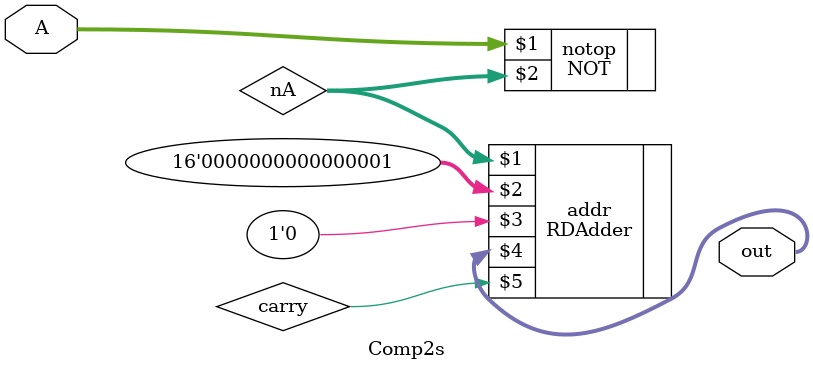
<source format=v>
`include "RDAdder16Bit.v"

module Comp2s (A, out);

input [16:1] A;

output [16:1] out;

wire [16:1] nA;
wire carry;

NOT notop (A, nA);
RDAdder addr (nA, 16'b0000000000000001, 1'b0, out, carry);

endmodule
</source>
